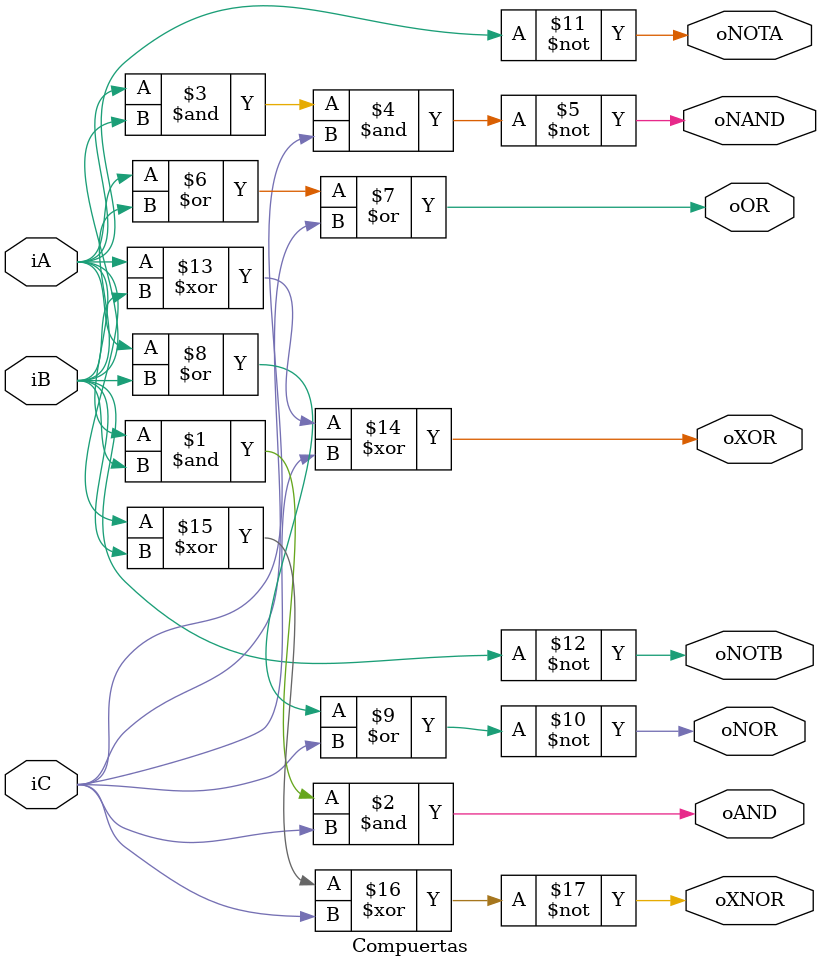
<source format=v>
module Compuertas(iA, iB, iC, oAND, oNAND, oOR, oNOR, oNOTA, oNOTB, oXOR, oXNOR);
    input iA, iB, iC;
    output oAND, oNAND, oOR, oNOR, oNOTA, oNOTB, oXOR, oXNOR;

    assign oAND  = iA & iB & iC;      // AND 3 entradas
    assign oNAND = ~(iA & iB & iC);   // NAND 3 entradas
    assign oOR   = iA | iB | iC;      // OR 3 entradas
    assign oNOR  = ~(iA | iB | iC);   // NOR 3 entradas
    assign oNOTA = ~iA;               // NOT de A
    assign oNOTB = ~iB;               // NOT de B
    assign oXOR  = iA ^ iB ^ iC;      // XOR 3 entradas
    assign oXNOR = ~(iA ^ iB ^ iC);   // XNOR 3 entradas
endmodule

</source>
